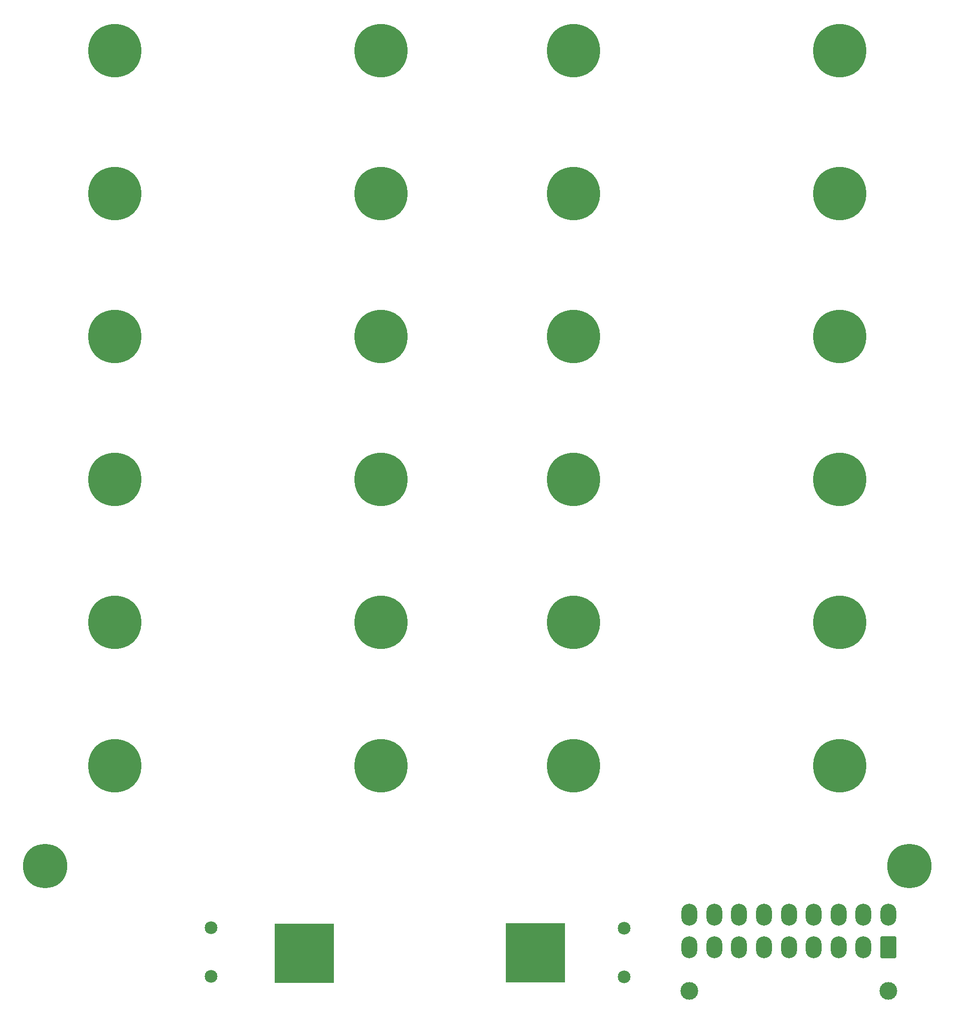
<source format=gts>
G04 #@! TF.GenerationSoftware,KiCad,Pcbnew,8.0.5*
G04 #@! TF.CreationDate,2025-02-18T14:52:24-08:00*
G04 #@! TF.ProjectId,URBAN_CELL_BOARD,55524241-4e5f-4434-954c-4c5f424f4152,rev?*
G04 #@! TF.SameCoordinates,Original*
G04 #@! TF.FileFunction,Soldermask,Top*
G04 #@! TF.FilePolarity,Negative*
%FSLAX46Y46*%
G04 Gerber Fmt 4.6, Leading zero omitted, Abs format (unit mm)*
G04 Created by KiCad (PCBNEW 8.0.5) date 2025-02-18 14:52:24*
%MOMM*%
%LPD*%
G01*
G04 APERTURE LIST*
G04 Aperture macros list*
%AMRoundRect*
0 Rectangle with rounded corners*
0 $1 Rounding radius*
0 $2 $3 $4 $5 $6 $7 $8 $9 X,Y pos of 4 corners*
0 Add a 4 corners polygon primitive as box body*
4,1,4,$2,$3,$4,$5,$6,$7,$8,$9,$2,$3,0*
0 Add four circle primitives for the rounded corners*
1,1,$1+$1,$2,$3*
1,1,$1+$1,$4,$5*
1,1,$1+$1,$6,$7*
1,1,$1+$1,$8,$9*
0 Add four rect primitives between the rounded corners*
20,1,$1+$1,$2,$3,$4,$5,0*
20,1,$1+$1,$4,$5,$6,$7,0*
20,1,$1+$1,$6,$7,$8,$9,0*
20,1,$1+$1,$8,$9,$2,$3,0*%
G04 Aperture macros list end*
%ADD10C,9.000000*%
%ADD11C,2.154000*%
%ADD12C,3.000000*%
%ADD13RoundRect,0.250001X1.099999X1.599999X-1.099999X1.599999X-1.099999X-1.599999X1.099999X-1.599999X0*%
%ADD14O,2.700000X3.700000*%
%ADD15C,7.500000*%
%ADD16C,5.500000*%
%ADD17C,1.200000*%
%ADD18R,10.000000X10.000000*%
G04 APERTURE END LIST*
D10*
X148629000Y-119750000D03*
X103689000Y-119750000D03*
X226129000Y-119750000D03*
X181189000Y-119750000D03*
D11*
X119945000Y-267787500D03*
X119945000Y-275987500D03*
D10*
X148629000Y-143884000D03*
X103689000Y-143884000D03*
X226129000Y-168018000D03*
X181189000Y-168018000D03*
D11*
X189675000Y-267875000D03*
X189675000Y-276075000D03*
D12*
X234315000Y-278445000D03*
X200715000Y-278445000D03*
D13*
X234315000Y-271145000D03*
D14*
X230115000Y-271145000D03*
X225915000Y-271145000D03*
X221715000Y-271145000D03*
X217515000Y-271145000D03*
X213315000Y-271145000D03*
X209115000Y-271145000D03*
X204915000Y-271145000D03*
X200715000Y-271145000D03*
X234315000Y-265645000D03*
X230115000Y-265645000D03*
X225915000Y-265645000D03*
X221715000Y-265645000D03*
X217515000Y-265645000D03*
X213315000Y-265645000D03*
X209115000Y-265645000D03*
X204915000Y-265645000D03*
X200715000Y-265645000D03*
D10*
X148629000Y-192153000D03*
X103689000Y-192153000D03*
X226129000Y-192153000D03*
X181189000Y-192153000D03*
X148629000Y-168018000D03*
X103689000Y-168018000D03*
X226129000Y-216287000D03*
X181189000Y-216287000D03*
D15*
X237879000Y-257421000D03*
D16*
X135710000Y-272150000D03*
D17*
X131710000Y-268150000D03*
X131710000Y-270150000D03*
X131710000Y-272150000D03*
X131710000Y-274150000D03*
X131710000Y-276150000D03*
X133710000Y-268150000D03*
X133710000Y-276150000D03*
D18*
X135710000Y-272150000D03*
D17*
X135710001Y-268150000D03*
X135710001Y-276150000D03*
X137710000Y-268150000D03*
X137710000Y-276150000D03*
X139710000Y-268150000D03*
X139710000Y-270150000D03*
X139710000Y-272150000D03*
X139710000Y-274150000D03*
X139710000Y-276150000D03*
D10*
X148629000Y-240421000D03*
X103689000Y-240421000D03*
D17*
X178720000Y-276080000D03*
X178720000Y-274080000D03*
X178720000Y-272080000D03*
X178720000Y-270080000D03*
X178720000Y-268080000D03*
X176720000Y-276080000D03*
X176720000Y-268080000D03*
X174720001Y-276080000D03*
X174720001Y-268080000D03*
D18*
X174720000Y-272080000D03*
D17*
X172720000Y-276080000D03*
X172720000Y-268080000D03*
X170720000Y-276080000D03*
X170720000Y-274080000D03*
X170720000Y-272080000D03*
X170720000Y-270080000D03*
X170720000Y-268080000D03*
D16*
X174720000Y-272080000D03*
D10*
X226129000Y-240421000D03*
X181189000Y-240421000D03*
D15*
X91879000Y-257421000D03*
D10*
X148629000Y-216287000D03*
X103689000Y-216287000D03*
X226129000Y-143884000D03*
X181189000Y-143884000D03*
M02*

</source>
